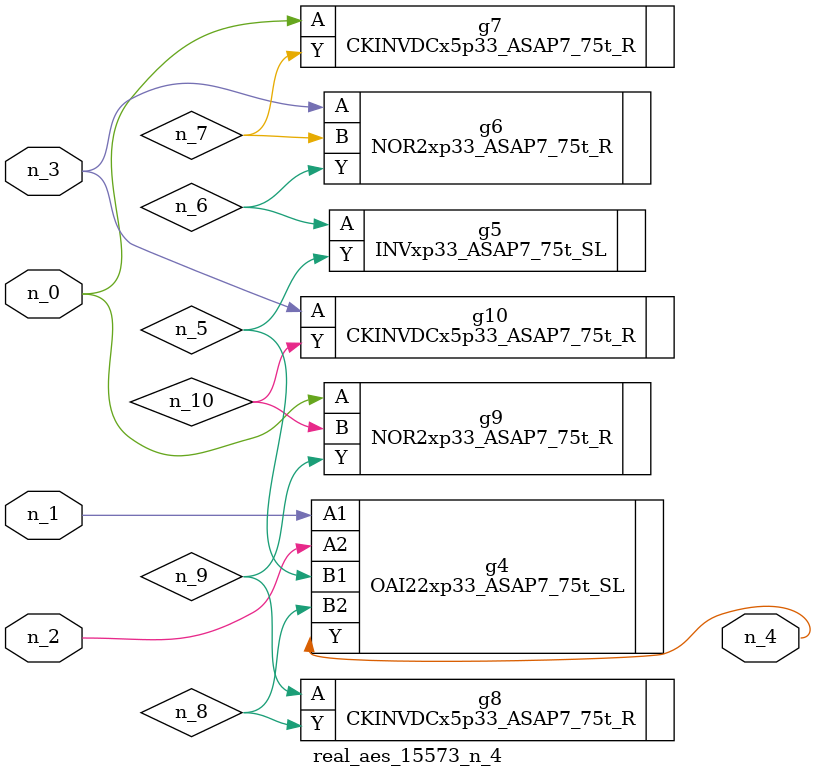
<source format=v>
module real_aes_15573_n_4 (n_0, n_3, n_2, n_1, n_4);
input n_0;
input n_3;
input n_2;
input n_1;
output n_4;
wire n_5;
wire n_7;
wire n_8;
wire n_6;
wire n_9;
wire n_10;
CKINVDCx5p33_ASAP7_75t_R g7 ( .A(n_0), .Y(n_7) );
NOR2xp33_ASAP7_75t_R g9 ( .A(n_0), .B(n_10), .Y(n_9) );
OAI22xp33_ASAP7_75t_SL g4 ( .A1(n_1), .A2(n_2), .B1(n_5), .B2(n_8), .Y(n_4) );
NOR2xp33_ASAP7_75t_R g6 ( .A(n_3), .B(n_7), .Y(n_6) );
CKINVDCx5p33_ASAP7_75t_R g10 ( .A(n_3), .Y(n_10) );
INVxp33_ASAP7_75t_SL g5 ( .A(n_6), .Y(n_5) );
CKINVDCx5p33_ASAP7_75t_R g8 ( .A(n_9), .Y(n_8) );
endmodule
</source>
